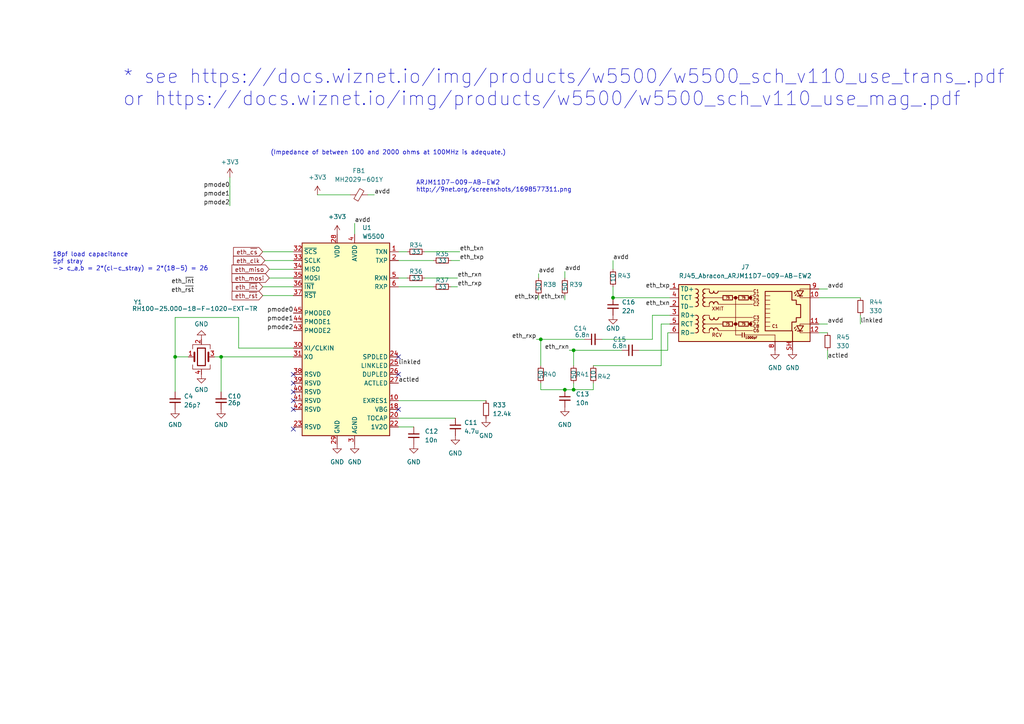
<source format=kicad_sch>
(kicad_sch (version 20230121) (generator eeschema)
  (paper "A4")
  (lib_symbols
    (symbol "Device:C_Small" (pin_numbers hide) (pin_names (offset 0.254) hide)
      (property "Reference" "C" (at 0.254 1.778 0))
      (property "Value" "C_Small" (at 0.254 -2.032 0))
      (symbol "C_Small_0_1"
        (polyline (pts (xy -1.524 -0.508) (xy 1.524 -0.508)) (stroke (width 0.3302)))
        (polyline (pts (xy -1.524 0.508) (xy 1.524 0.508)) (stroke (width 0.3048)))
      )
      (symbol "C_Small_1_1"
        (pin passive line (at 0 2.54 270) (length 2.032) (name "~") (number "1"))
        (pin passive line (at 0 -2.54 90) (length 2.032) (name "~") (number "2"))
      )
    )
    (symbol "Device:Crystal_GND24" (pin_names (offset 1.016) hide)
      (property "Reference" "Y" (at 3.175 5.08 0))
      (property "Value" "Crystal_GND24" (at 3.175 3.175 0))
      (symbol "Crystal_GND24_0_1"
        (rectangle (start -1.143 2.54) (end 1.143 -2.54) (stroke (width 0.3048)))
        (polyline (pts (xy -2.54 0) (xy -2.032 0)))
        (polyline (pts (xy -2.032 -1.27) (xy -2.032 1.27)) (stroke (width 0.508)))
        (polyline (pts (xy 0 -3.81) (xy 0 -3.556)))
        (polyline (pts (xy 0 3.556) (xy 0 3.81)))
        (polyline (pts (xy 2.032 -1.27) (xy 2.032 1.27)) (stroke (width 0.508)))
        (polyline (pts (xy 2.032 0) (xy 2.54 0)))
        (polyline (pts (xy -2.54 -2.286) (xy -2.54 -3.556) (xy 2.54 -3.556) (xy 2.54 -2.286)))
        (polyline (pts (xy -2.54 2.286) (xy -2.54 3.556) (xy 2.54 3.556) (xy 2.54 2.286)))
      )
      (symbol "Crystal_GND24_1_1"
        (pin passive line (at -3.81 0 0) (length 1.27) (name "1") (number "1"))
        (pin passive line (at 0 5.08 270) (length 1.27) (name "2") (number "2"))
        (pin passive line (at 3.81 0 180) (length 1.27) (name "3") (number "3"))
        (pin passive line (at 0 -5.08 90) (length 1.27) (name "4") (number "4"))
      )
    )
    (symbol "Device:FerriteBead_Small" (pin_numbers hide) (pin_names (offset 0))
      (property "Reference" "FB" (at 1.905 1.27 0))
      (property "Value" "FerriteBead_Small" (at 1.905 -1.27 0))
      (symbol "FerriteBead_Small_0_1"
        (polyline (pts (xy 0 -1.27) (xy 0 -0.7874)))
        (polyline (pts (xy 0 0.889) (xy 0 1.2954)))
        (polyline (pts (xy -1.8288 0.2794) (xy -1.1176 1.4986) (xy 1.8288 -0.2032) (xy 1.1176 -1.4224) (xy -1.8288 0.2794)))
      )
      (symbol "FerriteBead_Small_1_1"
        (pin passive line (at 0 2.54 270) (length 1.27) (name "~") (number "1"))
        (pin passive line (at 0 -2.54 90) (length 1.27) (name "~") (number "2"))
      )
    )
    (symbol "Device:R_Small" (pin_numbers hide) (pin_names (offset 0.254) hide)
      (property "Reference" "R" (at 0.762 0.508 0))
      (property "Value" "R_Small" (at 0.762 -1.016 0))
      (symbol "R_Small_0_1"
        (rectangle (start -0.762 1.778) (end 0.762 -1.778) (stroke (width 0.2032)))
      )
      (symbol "R_Small_1_1"
        (pin passive line (at 0 2.54 270) (length 0.762) (name "~") (number "1"))
        (pin passive line (at 0 -2.54 90) (length 0.762) (name "~") (number "2"))
      )
    )
    (symbol "Interface_Ethernet:W5500"
      (property "Reference" "U" (at -11.43 29.21 0))
      (property "Value" "W5500" (at 8.89 29.21 0))
      (symbol "W5500_0_1"
        (rectangle (start -12.7 27.94) (end 12.7 -27.94) (stroke (width 0.254)) (fill (type background)))
      )
      (symbol "W5500_1_1"
        (pin output line (at 15.24 25.4 180) (length 2.54) (name "TXN") (number "1"))
        (pin passive line (at 15.24 -17.78 180) (length 2.54) (name "EXRES1") (number "10"))
        (pin passive line (at 2.54 30.48 270) (length 2.54) hide (name "AVDD") (number "11"))
        (pin no_connect line (at 12.7 7.62 180) (length 2.54) hide (name "NC") (number "12"))
        (pin no_connect line (at 12.7 5.08 180) (length 2.54) hide (name "NC") (number "13"))
        (pin passive line (at 2.54 -30.48 90) (length 2.54) hide (name "AGND") (number "14"))
        (pin passive line (at 2.54 30.48 270) (length 2.54) hide (name "AVDD") (number "15"))
        (pin passive line (at 2.54 -30.48 90) (length 2.54) hide (name "AGND") (number "16"))
        (pin passive line (at 2.54 30.48 270) (length 2.54) hide (name "AVDD") (number "17"))
        (pin passive line (at 15.24 -20.32 180) (length 2.54) (name "VBG") (number "18"))
        (pin passive line (at 2.54 -30.48 90) (length 2.54) hide (name "AGND") (number "19"))
        (pin output line (at 15.24 22.86 180) (length 2.54) (name "TXP") (number "2"))
        (pin passive line (at 15.24 -22.86 180) (length 2.54) (name "TOCAP") (number "20"))
        (pin passive line (at 2.54 30.48 270) (length 2.54) hide (name "AVDD") (number "21"))
        (pin output line (at 15.24 -25.4 180) (length 2.54) (name "1V2O") (number "22"))
        (pin input line (at -15.24 -25.4 0) (length 2.54) (name "RSVD") (number "23"))
        (pin output line (at 15.24 -5.08 180) (length 2.54) (name "SPDLED") (number "24"))
        (pin output line (at 15.24 -7.62 180) (length 2.54) (name "LINKLED") (number "25"))
        (pin output line (at 15.24 -10.16 180) (length 2.54) (name "DUPLED") (number "26"))
        (pin output line (at 15.24 -12.7 180) (length 2.54) (name "ACTLED") (number "27"))
        (pin power_in line (at -2.54 30.48 270) (length 2.54) (name "VDD") (number "28"))
        (pin power_in line (at -2.54 -30.48 90) (length 2.54) (name "GND") (number "29"))
        (pin power_in line (at 2.54 -30.48 90) (length 2.54) (name "AGND") (number "3"))
        (pin input line (at -15.24 -2.54 0) (length 2.54) (name "XI/CLKIN") (number "30"))
        (pin output line (at -15.24 -5.08 0) (length 2.54) (name "XO") (number "31"))
        (pin input line (at -15.24 25.4 0) (length 2.54) (name "~{SCS}") (number "32"))
        (pin input line (at -15.24 22.86 0) (length 2.54) (name "SCLK") (number "33"))
        (pin output line (at -15.24 20.32 0) (length 2.54) (name "MISO") (number "34"))
        (pin input line (at -15.24 17.78 0) (length 2.54) (name "MOSI") (number "35"))
        (pin input line (at -15.24 15.24 0) (length 2.54) (name "~{INT}") (number "36"))
        (pin input line (at -15.24 12.7 0) (length 2.54) (name "~{RST}") (number "37"))
        (pin input line (at -15.24 -10.16 0) (length 2.54) (name "RSVD") (number "38"))
        (pin input line (at -15.24 -12.7 0) (length 2.54) (name "RSVD") (number "39"))
        (pin power_in line (at 2.54 30.48 270) (length 2.54) (name "AVDD") (number "4"))
        (pin input line (at -15.24 -15.24 0) (length 2.54) (name "RSVD") (number "40"))
        (pin input line (at -15.24 -17.78 0) (length 2.54) (name "RSVD") (number "41"))
        (pin input line (at -15.24 -20.32 0) (length 2.54) (name "RSVD") (number "42"))
        (pin input line (at -15.24 2.54 0) (length 2.54) (name "PMODE2") (number "43"))
        (pin input line (at -15.24 5.08 0) (length 2.54) (name "PMODE1") (number "44"))
        (pin input line (at -15.24 7.62 0) (length 2.54) (name "PMODE0") (number "45"))
        (pin no_connect line (at 12.7 2.54 180) (length 2.54) hide (name "NC") (number "46"))
        (pin no_connect line (at 12.7 0 180) (length 2.54) hide (name "NC") (number "47"))
        (pin passive line (at 2.54 -30.48 90) (length 2.54) hide (name "AGND") (number "48"))
        (pin input line (at 15.24 17.78 180) (length 2.54) (name "RXN") (number "5"))
        (pin input line (at 15.24 15.24 180) (length 2.54) (name "RXP") (number "6"))
        (pin no_connect line (at 12.7 10.16 180) (length 2.54) hide (name "DNC") (number "7"))
        (pin passive line (at 2.54 30.48 270) (length 2.54) hide (name "AVDD") (number "8"))
        (pin passive line (at 2.54 -30.48 90) (length 2.54) hide (name "AGND") (number "9"))
      )
    )
    (symbol "power:+3V3" (power) (pin_names (offset 0))
      (property "Value" "+3V3" (at 0 3.556 0))
      (symbol "+3V3_0_1"
        (polyline (pts (xy -0.762 1.27) (xy 0 2.54)))
        (polyline (pts (xy 0 0) (xy 0 2.54)))
        (polyline (pts (xy 0 2.54) (xy 0.762 1.27)))
      )
      (symbol "+3V3_1_1"
        (pin power_in line (at 0 0 90) (length 0) hide (name "+3V3") (number "1"))
      )
    )
    (symbol "power:GND" (power) (pin_names (offset 0))
      (property "Value" "GND" (at 0 -3.81 0))
      (symbol "GND_0_1"
        (polyline (pts (xy 0 0) (xy 0 -1.27) (xy 1.27 -1.27) (xy 0 -2.54) (xy -1.27 -1.27) (xy 0 -1.27)))
      )
      (symbol "GND_1_1"
        (pin power_in line (at 0 0 270) (length 0) hide (name "GND") (number "1"))
      )
    )
    (symbol "stary:RJ45_Abracon_ARJM11D7-009-AB-EW2"
      (property "Reference" "J7" (at 1.27 13.335 0))
      (property "Value" "RJ45_Abracon_ARJM11D7-009-AB-EW2" (at 1.27 10.795 0))
      (symbol "RJ45_Abracon_ARJM11D7-009-AB-EW2_0_0"
        (circle (center -1.27 -2.54) (radius 0.0001) (stroke (width 0.508)))
        (circle (center -1.27 5.08) (radius 0.0001) (stroke (width 0.508)))
        (polyline (pts (xy -1.27 5.08) (xy -1.27 -5.715)))
        (polyline (pts (xy 0.635 -5.08) (xy 0.635 -6.35)) (stroke (width 0.254)))
        (polyline (pts (xy 1.27 -5.08) (xy 1.27 -6.35)) (stroke (width 0.254)))
        (polyline (pts (xy 3.048 -2.54) (xy 2.54 -2.54)))
        (polyline (pts (xy 3.048 5.08) (xy 2.54 5.08)))
        (polyline (pts (xy 17.399 -4.445) (xy 17.399 -5.08) (xy 20.32 -5.08)))
        (polyline (pts (xy 17.399 5.715) (xy 17.399 5.08) (xy 20.32 5.08)))
        (polyline (pts (xy 20.32 -2.54) (xy 17.399 -2.54) (xy 17.399 -3.048)))
        (polyline (pts (xy 20.32 7.62) (xy 17.399 7.62) (xy 17.399 7.112)))
        (polyline (pts (xy 3.683 -1.905) (xy 3.048 -1.905) (xy 3.048 -3.175) (xy 3.683 -3.175)))
        (polyline (pts (xy 3.683 5.715) (xy 3.048 5.715) (xy 3.048 4.445) (xy 3.683 4.445)))
        (circle (center 3.048 -2.54) (radius 0.0001) (stroke (width 0.508)))
        (circle (center 3.048 5.08) (radius 0.0001) (stroke (width 0.508)))
        (text "C1" (at 4.699 6.985 0) (effects (font (size 0.889 0.889))))
        (text "C1" (at 10.16 -3.175 0) (effects (font (size 0.889 0.889))))
        (text "C2" (at 4.699 3.175 0) (effects (font (size 0.889 0.889))))
        (text "C3" (at 4.699 -0.635 0) (effects (font (size 0.889 0.889))))
        (text "C4" (at 4.699 5.715 0) (effects (font (size 0.889 0.889))))
        (text "C5" (at 4.699 4.445 0) (effects (font (size 0.889 0.889))))
        (text "C6" (at 4.699 -4.445 0) (effects (font (size 0.889 0.889))))
        (text "C7" (at 4.699 -1.905 0) (effects (font (size 0.889 0.889))))
        (text "C8" (at 4.699 -3.175 0) (effects (font (size 0.889 0.889))))
        (text "RCV" (at -8.255 -5.715 0) (effects (font (size 1.016 1.016)) (justify left)))
        (text "XMIT" (at -8.255 1.905 0) (effects (font (size 1.016 1.016)) (justify left)))
      )
      (symbol "RJ45_Abracon_ARJM11D7-009-AB-EW2_0_1"
        (rectangle (start -17.78 8.89) (end 20.32 -7.62) (stroke (width 0.254)) (fill (type background)))
        (polyline (pts (xy -12.7 -5.08) (xy -13.081 -5.08)))
        (polyline (pts (xy -12.7 -2.54) (xy -13.081 -2.54)))
        (polyline (pts (xy -12.7 0) (xy -13.081 0)))
        (polyline (pts (xy -12.7 2.54) (xy -13.081 2.54)))
        (polyline (pts (xy -12.7 5.08) (xy -13.081 5.08)))
        (polyline (pts (xy -12.7 7.62) (xy -13.081 7.62)))
        (polyline (pts (xy -6.35 -4.445) (xy 3.683 -4.445)))
        (polyline (pts (xy -6.35 3.175) (xy 3.683 3.175)))
        (polyline (pts (xy -6.35 6.985) (xy 3.683 6.985)))
        (polyline (pts (xy -6.223 -0.635) (xy 3.683 -0.635)))
        (polyline (pts (xy -5.08 -2.54) (xy -10.16 -2.54)))
        (polyline (pts (xy -4.953 5.08) (xy -10.16 5.08)))
        (polyline (pts (xy -2.159 -2.54) (xy -0.381 -2.54)))
        (polyline (pts (xy -2.159 5.08) (xy -0.381 5.08)))
        (polyline (pts (xy 0.635 -5.715) (xy -1.27 -5.715)))
        (polyline (pts (xy 7.4295 -1.9685) (xy 8.6995 -1.9685)))
        (polyline (pts (xy 7.4295 -0.6985) (xy 8.6995 -0.6985)))
        (polyline (pts (xy 7.4295 0.5715) (xy 8.6995 0.5715)))
        (polyline (pts (xy 7.4295 1.8415) (xy 8.6995 1.8415)))
        (polyline (pts (xy 7.4295 3.1115) (xy 8.6995 3.1115)))
        (polyline (pts (xy 8.6995 -3.2385) (xy 7.4295 -3.2385)))
        (polyline (pts (xy 8.6995 4.3815) (xy 7.4295 4.3815)))
        (polyline (pts (xy 8.6995 5.6515) (xy 7.4295 5.6515)))
        (polyline (pts (xy 10.16 -5.715) (xy 1.27 -5.715)))
        (polyline (pts (xy 10.16 -5.715) (xy 10.16 -7.62)))
        (polyline (pts (xy -10.16 0) (xy -8.89 0) (xy -8.89 -0.635)))
        (polyline (pts (xy -10.16 7.62) (xy -8.89 7.62) (xy -8.89 6.985)))
        (polyline (pts (xy -8.89 -4.445) (xy -8.89 -5.08) (xy -10.16 -5.08)))
        (polyline (pts (xy -8.89 3.175) (xy -8.89 2.54) (xy -10.16 2.54)))
      )
      (symbol "RJ45_Abracon_ARJM11D7-009-AB-EW2_1_0"
        (text "1000pF" (at 3.302 -6.477 0) (effects (font (size 0.635 0.635))))
      )
      (symbol "RJ45_Abracon_ARJM11D7-009-AB-EW2_1_1"
        (arc (start -12.7 -1.27) (mid -12.0677 -0.635) (end -12.7 0) (stroke (width 0.254)))
        (arc (start -12.6973 -5.08) (mid -12.065 -4.445) (end -12.6973 -3.81) (stroke (width 0.254)))
        (arc (start -12.6973 -3.81) (mid -12.065 -3.175) (end -12.6973 -2.54) (stroke (width 0.254)))
        (arc (start -12.6973 -2.54) (mid -12.065 -1.905) (end -12.6973 -1.27) (stroke (width 0.254)))
        (arc (start -12.6973 6.35) (mid -12.065 6.985) (end -12.6973 7.62) (stroke (width 0.254)))
        (arc (start -12.6946 2.54) (mid -12.0623 3.175) (end -12.6946 3.81) (stroke (width 0.254)))
        (arc (start -12.6946 3.81) (mid -12.0623 4.445) (end -12.6946 5.08) (stroke (width 0.254)))
        (arc (start -12.6946 5.08) (mid -12.0623 5.715) (end -12.6946 6.35) (stroke (width 0.254)))
        (arc (start -10.1654 -2.54) (mid -10.7977 -3.175) (end -10.1654 -3.81) (stroke (width 0.254)))
        (arc (start -10.1654 -1.27) (mid -10.7977 -1.905) (end -10.1654 -2.54) (stroke (width 0.254)))
        (arc (start -10.1654 0) (mid -10.7977 -0.635) (end -10.1654 -1.27) (stroke (width 0.254)))
        (arc (start -10.1654 5.08) (mid -10.7977 4.445) (end -10.1654 3.81) (stroke (width 0.254)))
        (arc (start -10.1654 6.35) (mid -10.7977 5.715) (end -10.1654 5.08) (stroke (width 0.254)))
        (arc (start -10.1654 7.62) (mid -10.7977 6.985) (end -10.1654 6.35) (stroke (width 0.254)))
        (arc (start -10.1627 -3.81) (mid -10.795 -4.445) (end -10.1627 -5.08) (stroke (width 0.254)))
        (arc (start -10.1627 3.81) (mid -10.795 3.175) (end -10.1627 2.54) (stroke (width 0.254)))
        (arc (start -8.89 6.9823) (mid -8.255 6.35) (end -7.62 6.9823) (stroke (width 0.254)))
        (arc (start -8.8265 -0.7012) (mid -8.1915 -1.3335) (end -7.5565 -0.7012) (stroke (width 0.254)))
        (arc (start -7.62 -4.3153) (mid -8.255 -3.683) (end -8.89 -4.3153) (stroke (width 0.254)))
        (arc (start -7.62 3.3047) (mid -8.255 3.937) (end -8.89 3.3047) (stroke (width 0.254)))
        (arc (start -7.62 6.985) (mid -6.985 6.3527) (end -6.35 6.985) (stroke (width 0.254)))
        (arc (start -7.5565 -0.6985) (mid -6.9215 -1.3308) (end -6.2865 -0.6985) (stroke (width 0.254)))
        (arc (start -6.35 -4.3126) (mid -6.985 -3.6803) (end -7.62 -4.3126) (stroke (width 0.254)))
        (arc (start -6.35 3.3074) (mid -6.985 3.9397) (end -7.62 3.3074) (stroke (width 0.254)))
        (rectangle (start -4.953 -1.905) (end -2.159 -3.175) (stroke (width 0.254)))
        (rectangle (start -4.953 5.715) (end -2.159 4.445) (stroke (width 0.254)))
        (rectangle (start -0.381 -1.905) (end 2.413 -3.175) (stroke (width 0.254)))
        (rectangle (start -0.381 5.715) (end 2.413 4.445) (stroke (width 0.254)))
        (polyline (pts (xy 15.24 -7.62) (xy 15.24 -4.572)) (stroke (width 0.254)))
        (polyline (pts (xy 15.748 -3.81) (xy 15.748 -3.556)))
        (polyline (pts (xy 15.748 6.35) (xy 15.748 6.604)))
        (polyline (pts (xy 16.002 -4.445) (xy 16.002 -4.191)))
        (polyline (pts (xy 16.002 5.715) (xy 16.002 5.969)))
        (polyline (pts (xy 16.637 -4.572) (xy 18.161 -4.572)) (stroke (width 0.254)))
        (polyline (pts (xy 16.637 5.588) (xy 18.161 5.588)) (stroke (width 0.254)))
        (polyline (pts (xy 16.256 -3.302) (xy 15.748 -3.81) (xy 16.002 -3.81)))
        (polyline (pts (xy 16.256 6.858) (xy 15.748 6.35) (xy 16.002 6.35)))
        (polyline (pts (xy 16.51 -3.937) (xy 16.002 -4.445) (xy 16.256 -4.445)))
        (polyline (pts (xy 16.51 6.223) (xy 16.002 5.715) (xy 16.256 5.715)))
        (polyline (pts (xy 16.51 -3.048) (xy 18.415 -3.048) (xy 17.399 -4.572) (xy 16.51 -3.048)) (stroke (width 0.254)))
        (polyline (pts (xy 16.51 7.112) (xy 18.415 7.112) (xy 17.399 5.588) (xy 16.51 7.112)) (stroke (width 0.254)))
        (polyline (pts (xy 7.3025 -4.5085) (xy 7.3025 6.9215) (xy 15.0495 6.9215) (xy 15.0495 4.3815) (xy 16.3195 4.3815) (xy 16.3195 3.1115) (xy 17.5895 3.1115) (xy 17.5895 -0.6985) (xy 16.3195 -0.6985) (xy 16.3195 -1.9685) (xy 15.0495 -1.9685) (xy 15.0495 -4.5085) (xy 7.3025 -4.5085)) (stroke (width 0.254)))
        (text "75" (at -3.556 -2.54 0) (effects (font (size 0.635 0.635))))
        (text "75" (at -3.556 5.08 0) (effects (font (size 0.635 0.635))))
        (text "75" (at 1.016 -2.54 0) (effects (font (size 0.635 0.635))))
        (text "75" (at 1.016 5.08 0) (effects (font (size 0.635 0.635))))
        (pin passive line (at -20.32 7.62 0) (length 2.54) (name "TD+") (number "1"))
        (pin passive line (at 22.86 5.08 180) (length 2.54) (name "") (number "10"))
        (pin passive line (at 22.86 -2.54 180) (length 2.54) (name "") (number "11"))
        (pin passive line (at 22.86 -5.08 180) (length 2.54) (name "") (number "12"))
        (pin passive line (at -20.32 2.54 0) (length 2.54) (name "TD-") (number "2"))
        (pin passive line (at -20.32 0 0) (length 2.54) (name "RD+") (number "3"))
        (pin passive line (at -20.32 5.08 0) (length 2.54) (name "TCT") (number "4"))
        (pin passive line (at -20.32 -2.54 0) (length 2.54) (name "RCT") (number "5"))
        (pin passive line (at -20.32 -5.08 0) (length 2.54) (name "RD-") (number "6"))
        (pin no_connect line (at 20.32 0 0) (length 0) hide (name "NC") (number "7"))
        (pin power_in line (at 10.16 -10.16 90) (length 2.54) (name "") (number "8"))
        (pin passive line (at 22.86 7.62 180) (length 2.54) (name "") (number "9"))
        (pin passive line (at 15.24 -10.16 90) (length 2.54) (name "") (number "SH"))
      )
    )
  )
  (junction (at 166.37 101.6))
  (junction (at 166.37 113.03))
  (junction (at 156.845 98.425))
  (junction (at 50.8 103.505))
  (junction (at 163.83 113.03))
  (junction (at 177.8 86.36))
  (junction (at 64.135 103.505))
  (no_connect (at 85.09 116.205))
  (no_connect (at 85.09 118.745))
  (no_connect (at 85.09 124.46))
  (no_connect (at 85.09 108.585))
  (no_connect (at 85.09 111.125))
  (no_connect (at 115.57 108.585))
  (no_connect (at 85.09 113.665))
  (no_connect (at 115.57 103.505))
  (no_connect (at 115.57 118.745))
  (wire (pts (xy 62.23 103.505) (xy 64.135 103.505)))
  (wire (pts (xy 237.49 86.36) (xy 249.555 86.36)))
  (wire (pts (xy 123.19 80.645) (xy 132.715 80.645)))
  (wire (pts (xy 177.8 83.185) (xy 177.8 86.36)))
  (wire (pts (xy 172.085 113.03) (xy 166.37 113.03)))
  (wire (pts (xy 76.2 73.025) (xy 85.09 73.025)))
  (wire (pts (xy 156.21 79.375) (xy 156.21 80.645)))
  (wire (pts (xy 166.37 101.6) (xy 166.37 106.045)))
  (wire (pts (xy 130.81 83.185) (xy 132.715 83.185)))
  (wire (pts (xy 172.085 111.125) (xy 172.085 113.03)))
  (wire (pts (xy 237.49 96.52) (xy 240.03 96.52)))
  (wire (pts (xy 123.19 73.025) (xy 133.35 73.025)))
  (wire (pts (xy 76.2 85.725) (xy 85.09 85.725)))
  (wire (pts (xy 69.215 92.075) (xy 69.215 100.965)))
  (wire (pts (xy 78.105 80.645) (xy 85.09 80.645)))
  (wire (pts (xy 249.555 91.44) (xy 249.555 93.98)))
  (wire (pts (xy 50.8 113.665) (xy 50.8 103.505)))
  (wire (pts (xy 237.49 83.82) (xy 240.03 83.82)))
  (wire (pts (xy 193.675 96.52) (xy 194.31 96.52)))
  (wire (pts (xy 189.23 98.425) (xy 174.625 98.425)))
  (wire (pts (xy 163.83 78.74) (xy 163.83 80.645)))
  (wire (pts (xy 156.21 86.995) (xy 156.21 85.725)))
  (wire (pts (xy 76.2 83.185) (xy 85.09 83.185)))
  (wire (pts (xy 115.57 123.825) (xy 120.015 123.825)))
  (wire (pts (xy 193.675 101.6) (xy 193.675 96.52)))
  (wire (pts (xy 240.03 93.98) (xy 237.49 93.98)))
  (wire (pts (xy 115.57 121.285) (xy 132.08 121.285)))
  (wire (pts (xy 177.8 75.565) (xy 177.8 78.105)))
  (wire (pts (xy 156.845 98.425) (xy 156.845 106.045)))
  (wire (pts (xy 163.83 86.995) (xy 163.83 85.725)))
  (wire (pts (xy 189.23 91.44) (xy 189.23 98.425)))
  (wire (pts (xy 115.57 83.185) (xy 125.73 83.185)))
  (wire (pts (xy 166.37 113.03) (xy 163.83 113.03)))
  (wire (pts (xy 240.03 101.6) (xy 240.03 104.14)))
  (wire (pts (xy 50.8 92.075) (xy 69.215 92.075)))
  (wire (pts (xy 64.135 113.665) (xy 64.135 103.505)))
  (wire (pts (xy 156.845 98.425) (xy 169.545 98.425)))
  (wire (pts (xy 166.37 113.03) (xy 166.37 111.125)))
  (wire (pts (xy 172.085 106.045) (xy 191.77 106.045)))
  (wire (pts (xy 102.87 64.77) (xy 102.87 67.945)))
  (wire (pts (xy 191.77 93.98) (xy 194.31 93.98)))
  (wire (pts (xy 106.68 56.515) (xy 108.585 56.515)))
  (wire (pts (xy 115.57 80.645) (xy 118.11 80.645)))
  (wire (pts (xy 156.845 113.03) (xy 163.83 113.03)))
  (wire (pts (xy 76.835 75.565) (xy 85.09 75.565)))
  (wire (pts (xy 165.1 101.6) (xy 166.37 101.6)))
  (wire (pts (xy 166.37 101.6) (xy 180.34 101.6)))
  (wire (pts (xy 115.57 116.205) (xy 140.97 116.205)))
  (wire (pts (xy 64.135 103.505) (xy 85.09 103.505)))
  (wire (pts (xy 101.6 56.515) (xy 92.075 56.515)))
  (wire (pts (xy 50.8 103.505) (xy 54.61 103.505)))
  (wire (pts (xy 78.105 78.105) (xy 85.09 78.105)))
  (wire (pts (xy 191.77 93.98) (xy 191.77 106.045)))
  (wire (pts (xy 189.23 91.44) (xy 194.31 91.44)))
  (wire (pts (xy 194.31 86.36) (xy 177.8 86.36)))
  (wire (pts (xy 185.42 101.6) (xy 193.675 101.6)))
  (wire (pts (xy 155.575 98.425) (xy 156.845 98.425)))
  (wire (pts (xy 156.845 113.03) (xy 156.845 111.125)))
  (wire (pts (xy 115.57 73.025) (xy 118.11 73.025)))
  (wire (pts (xy 130.81 75.565) (xy 133.35 75.565)))
  (wire (pts (xy 69.215 100.965) (xy 85.09 100.965)))
  (wire (pts (xy 115.57 75.565) (xy 125.73 75.565)))
  (wire (pts (xy 66.675 51.435) (xy 66.675 59.69)))
  (wire (pts (xy 50.8 103.505) (xy 50.8 92.075)))
  (text " (Impedance of between 100 and 2000 ohms at 100MHz is adequate.)" (at 77.47 45.085 0) (effects (font (size 1.27 1.27)) (justify left bottom)))
  (text "ARJM11D7-009-AB-EW2\nhttp://9net.org/screenshots/1698577311.png" (at 120.65 55.88 0) (effects (font (size 1.27 1.27)) (justify left bottom)))
  (text "* see https://docs.wiznet.io/img/products/w5500/w5500_sch_v110_use_trans_.pdf\nor https://docs.wiznet.io/img/products/w5500/w5500_sch_v110_use_mag_.pdf\n" (at 35.56 31.115 0) (effects (font (size 4 4)) (justify left bottom)))
  (text "18pf load capacitance\n5pf stray\n-> c_a,b = 2*(cl-c_stray) = 2*(18-5) = 26" (at 15.24 78.74 0) (effects (font (size 1.27 1.27)) (justify left bottom)))
  (label "pmode2" (at 66.675 59.69 180))
  (label "eth_txn" (at 194.31 88.9 180))
  (label "pmode0" (at 85.09 90.805 180))
  (label "pmode2" (at 85.09 95.885 180))
  (label "avdd" (at 108.585 56.515 0))
  (label "eth_txn" (at 163.83 86.995 180))
  (label "eth_~{rst}" (at 56.3049 85.0809 180))
  (label "pmode1" (at 66.675 57.15 180))
  (label "avdd" (at 102.87 64.77 0))
  (label "actled" (at 240.03 104.14 0))
  (label "eth_rxn" (at 132.715 80.645 0))
  (label "linkled" (at 115.57 106.045 0))
  (label "actled" (at 115.57 111.125 0))
  (label "eth_~{int}" (at 56.3049 82.5409 180))
  (label "eth_txn" (at 133.35 73.025 0))
  (label "pmode1" (at 85.09 93.345 180))
  (label "eth_rxp" (at 132.715 83.185 0))
  (label "eth_txp" (at 156.21 86.995 180))
  (label "eth_txp" (at 194.31 83.82 180))
  (label "pmode0" (at 66.675 54.61 180))
  (label "avdd" (at 163.83 78.74 0))
  (label "eth_txp" (at 133.35 75.565 0))
  (label "avdd" (at 240.03 93.98 0))
  (label "linkled" (at 249.555 93.98 0))
  (label "avdd" (at 156.21 79.375 0))
  (label "avdd" (at 240.03 83.82 0))
  (label "eth_rxn" (at 165.1 101.6 180))
  (label "avdd" (at 177.8 75.565 0))
  (label "eth_rxp" (at 155.575 98.425 180))
  (global_label "eth_~{int}" (shape input) (at 76.2 83.185 180) (property "Intersheetrefs" "${INTERSHEET_REFS}" (effects hide)))
  (global_label "eth_clk" (shape input) (at 76.835 75.565 180) (property "Intersheetrefs" "${INTERSHEET_REFS}" (effects hide)))
  (global_label "eth_~{rst}" (shape input) (at 76.2 85.725 180) (property "Intersheetrefs" "${INTERSHEET_REFS}" (effects hide)))
  (global_label "eth_~{cs}" (shape input) (at 76.2 73.025 180) (property "Intersheetrefs" "${INTERSHEET_REFS}" (effects hide)))
  (global_label "eth_mosi" (shape input) (at 78.105 80.645 180) (property "Intersheetrefs" "${INTERSHEET_REFS}" (effects hide)))
  (global_label "eth_miso" (shape input) (at 78.105 78.105 180) (property "Intersheetrefs" "${INTERSHEET_REFS}" (effects hide)))
  (symbol (lib_id "Device:C_Small") (at 172.085 98.425 90) (unit 1)
    (property "Reference" "C14" (at 168.275 95.25 90))
    (property "Value" "6.8n" (at 168.91 97.155 90))
    (property "Footprint" "Capacitor_SMD:C_0603_1608Metric" (effects hide))
  )
  (symbol (lib_id "Device:R_Small") (at 120.65 80.645 90) (unit 1)
    (property "Reference" "R36" (at 120.65 78.74 90))
    (property "Value" "33" (at 120.65 80.645 90))
    (property "Footprint" "Resistor_SMD:R_0603_1608Metric" (effects hide))
  )
  (symbol (lib_id "Device:R_Small") (at 128.27 83.185 90) (unit 1)
    (property "Reference" "R37" (at 128.27 81.28 90))
    (property "Value" "33" (at 128.27 83.185 90))
    (property "Footprint" "Resistor_SMD:R_0603_1608Metric" (effects hide))
  )
  (symbol (lib_id "power:GND") (at 102.87 128.905 0) (unit 1)
    (property "Reference" "#PWR010" (effects hide))
    (property "Value" "GND" (at 102.87 133.985 0))
    (instances (project "5v-power" (path "" (reference "#PWR010") (unit 1)) (path "" (reference "#PWR066") (unit 1))))
  )
  (symbol (lib_id "power:+3V3") (at 97.79 67.945 0) (unit 1)
    (property "Reference" "#PWR060" (effects hide))
    (property "Value" "+3V3" (at 97.79 62.865 0))
    (instances (project "5v-power" (path "" (reference "#PWR060") (unit 1)) (path "" (reference "#PWR064") (unit 1))))
  )
  (symbol (lib_id "Device:R_Small") (at 156.845 108.585 0) (mirror x) (unit 1)
    (property "Reference" "R40" (at 157.48 108.585 0) (effects (justify left)))
    (property "Value" "50" (at 156.845 107.315 90) (effects (justify left)))
    (property "Footprint" "Resistor_SMD:R_0603_1608Metric" (effects hide))
  )
  (symbol (lib_id "Device:C_Small") (at 177.8 88.9 0) (unit 1)
    (property "Reference" "C16" (at 180.34 87.6363 0) (effects (justify left)))
    (property "Value" "22n" (at 180.34 90.1763 0) (effects (justify left)))
    (property "Footprint" "Capacitor_SMD:C_0603_1608Metric" (effects hide))
  )
  (symbol (lib_id "Device:R_Small") (at 240.03 99.06 0) (unit 1)
    (property "Reference" "R45" (at 242.57 97.79 0) (effects (justify left)))
    (property "Value" "330" (at 242.57 100.33 0) (effects (justify left)))
    (property "Footprint" "Resistor_SMD:R_0603_1608Metric" (effects hide))
  )
  (symbol (lib_id "power:GND") (at 177.8 91.44 0) (unit 1)
    (property "Reference" "#PWR060" (effects hide))
    (property "Value" "GND" (at 177.8 95.25 0))
  )
  (symbol (lib_id "Device:R_Small") (at 120.65 73.025 90) (unit 1)
    (property "Reference" "R34" (at 120.65 71.12 90))
    (property "Value" "33" (at 120.65 73.025 90))
    (property "Footprint" "Resistor_SMD:R_0603_1608Metric" (effects hide))
  )
  (symbol (lib_id "Device:C_Small") (at 64.135 116.205 0) (unit 1)
    (property "Reference" "C10" (at 66.04 114.935 0) (effects (justify left)))
    (property "Value" "26p" (at 66.04 116.84 0) (effects (justify left)))
    (property "Footprint" "Capacitor_SMD:C_0603_1608Metric" (effects hide))
  )
  (symbol (lib_id "Device:R_Small") (at 177.8 80.645 0) (unit 1)
    (property "Reference" "R43" (at 179.07 80.01 0) (effects (justify left)))
    (property "Value" "10" (at 177.8 81.915 90) (effects (justify left)))
    (property "Footprint" "Resistor_SMD:R_0603_1608Metric" (effects hide))
  )
  (symbol (lib_id "power:GND") (at 120.015 128.905 0) (unit 1)
    (property "Reference" "#PWR061" (effects hide))
    (property "Value" "GND" (at 120.015 133.985 0))
    (instances (project "5v-power" (path "" (reference "#PWR061") (unit 1)) (path "" (reference "#PWR067") (unit 1))))
  )
  (symbol (lib_id "power:GND") (at 58.42 98.425 180) (unit 1)
    (property "Reference" "#PWR010" (effects hide))
    (property "Value" "GND" (at 58.42 93.98 0))
  )
  (symbol (lib_id "power:GND") (at 64.135 118.745 0) (unit 1)
    (property "Reference" "#PWR059" (effects hide))
    (property "Value" "GND" (at 64.135 123.19 0))
  )
  (symbol (lib_id "Device:C_Small") (at 163.83 115.57 0) (unit 1)
    (property "Reference" "C13" (at 167.005 114.3063 0) (effects (justify left)))
    (property "Value" "10n" (at 167.005 116.8463 0) (effects (justify left)))
    (property "Footprint" "Capacitor_SMD:C_0603_1608Metric" (effects hide))
  )
  (symbol (lib_id "Device:C_Small") (at 50.8 116.205 0) (unit 1)
    (property "Reference" "C4" (at 53.34 114.9413 0) (effects (justify left)))
    (property "Value" "26p?" (at 53.34 117.4813 0) (effects (justify left)))
    (property "Footprint" "Capacitor_SMD:C_0603_1608Metric" (effects hide))
  )
  (symbol (lib_id "power:GND") (at 132.08 126.365 0) (unit 1)
    (property "Reference" "#PWR062" (effects hide))
    (property "Value" "GND" (at 132.08 131.445 0))
    (instances (project "5v-power" (path "" (reference "#PWR062") (unit 1)) (path "" (reference "#PWR068") (unit 1))))
  )
  (symbol (lib_id "stary:RJ45_Abracon_ARJM11D7-009-AB-EW2") (at 214.63 91.44 0) (unit 1)
    (property "Reference" "J7" (at 216.154 77.47 0))
    (property "Value" "RJ45_Abracon_ARJM11D7-009-AB-EW2" (at 216.154 80.01 0))
    (property "Footprint" "stary:ABRACON_ARJM11C7-009-AB-EW2" (effects hide))
    (property "Datasheet" "https://www.amphenol-cs.com/media/wysiwyg/files/drawing/rjmg1bd3b8k1anr.pdf" (effects hide))
  )
  (symbol (lib_id "power:GND") (at 163.83 118.11 0) (unit 1)
    (property "Reference" "#PWR011" (effects hide))
    (property "Value" "GND" (at 163.83 123.19 0))
  )
  (symbol (lib_id "Device:Crystal_GND24") (at 58.42 103.505 0) (unit 1)
    (property "Reference" "Y1" (at 40.005 87.63 0))
    (property "Value" "RH100-25.000-18-F-1020-EXT-TR" (at 56.515 89.535 0))
    (property "Footprint" "Crystal:Crystal_SMD_3225-4Pin_3.2x2.5mm" (effects hide))
  )
  (symbol (lib_id "power:GND") (at 229.87 101.6 0) (unit 1)
    (property "Reference" "#PWR072" (effects hide))
    (property "Value" "GND" (at 229.87 106.68 0))
  )
  (symbol (lib_id "Interface_Ethernet:W5500") (at 100.33 98.425 0) (unit 1)
    (property "Reference" "U1" (at 105.0641 66.04 0) (effects (justify left)))
    (property "Value" "W5500" (at 105.0641 68.58 0) (effects (justify left)))
    (property "Footprint" "Package_QFP:LQFP-48_7x7mm_P0.5mm" (effects hide))
    (property "Datasheet" "http://wizwiki.net/wiki/lib/exe/fetch.php/products:w5500:w5500_ds_v109e.pdf" (effects hide))
  )
  (symbol (lib_id "power:+3V3") (at 92.075 56.515 0) (unit 1)
    (property "Reference" "#PWR063" (effects hide))
    (property "Value" "+3V3" (at 92.075 51.435 0))
  )
  (symbol (lib_id "Device:FerriteBead_Small") (at 104.14 56.515 90) (unit 1)
    (property "Reference" "FB1" (at 104.1019 49.53 90))
    (property "Value" "MH2029-601Y" (at 104.1019 52.07 90))
    (property "Footprint" "Resistor_SMD:R_0805_2012Metric" (effects hide))
  )
  (symbol (lib_id "Device:R_Small") (at 140.97 118.745 0) (unit 1)
    (property "Reference" "R33" (at 142.875 117.475 0) (effects (justify left)))
    (property "Value" "12.4k" (at 142.875 120.015 0) (effects (justify left)))
    (property "Footprint" "Resistor_SMD:R_0603_1608Metric" (effects hide))
  )
  (symbol (lib_id "power:GND") (at 50.8 118.745 0) (unit 1)
    (property "Reference" "#PWR058" (effects hide))
    (property "Value" "GND" (at 50.8 123.19 0))
  )
  (symbol (lib_id "Device:R_Small") (at 172.085 108.585 180) (unit 1)
    (property "Reference" "R42" (at 177.165 109.22 0) (effects (justify left)))
    (property "Value" "10" (at 172.085 107.315 90) (effects (justify left)))
    (property "Footprint" "Resistor_SMD:R_0603_1608Metric" (effects hide))
  )
  (symbol (lib_id "Device:C_Small") (at 132.08 123.825 0) (unit 1)
    (property "Reference" "C11" (at 134.62 122.5613 0) (effects (justify left)))
    (property "Value" "4.7u" (at 134.62 125.1013 0) (effects (justify left)))
    (property "Footprint" "Capacitor_SMD:C_0603_1608Metric" (effects hide))
    (instances (project "5v-power" (path "" (reference "C11") (unit 1)) (path "" (reference "C12") (unit 1))))
  )
  (symbol (lib_id "Device:R_Small") (at 249.555 88.9 0) (unit 1)
    (property "Reference" "R44" (at 252.095 87.63 0) (effects (justify left)))
    (property "Value" "330" (at 252.095 90.17 0) (effects (justify left)))
    (property "Footprint" "Resistor_SMD:R_0603_1608Metric" (effects hide))
  )
  (symbol (lib_id "Device:R_Small") (at 166.37 108.585 0) (mirror x) (unit 1)
    (property "Reference" "R41" (at 167.005 108.585 0) (effects (justify left)))
    (property "Value" "50" (at 166.37 107.315 90) (effects (justify left)))
    (property "Footprint" "Resistor_SMD:R_0603_1608Metric" (effects hide))
  )
  (symbol (lib_id "Device:R_Small") (at 163.83 83.185 0) (unit 1)
    (property "Reference" "R39" (at 165.1 82.55 0) (effects (justify left)))
    (property "Value" "50" (at 163.83 84.455 90) (effects (justify left)))
    (property "Footprint" "Resistor_SMD:R_0603_1608Metric" (effects hide))
  )
  (symbol (lib_id "power:+3V3") (at 66.675 51.435 0) (unit 1)
    (property "Reference" "#PWR07" (effects hide))
    (property "Value" "+3V3" (at 66.675 46.99 0))
  )
  (symbol (lib_id "power:GND") (at 58.42 108.585 0) (unit 1)
    (property "Reference" "#PWR061" (effects hide))
    (property "Value" "GND" (at 58.42 113.03 0))
  )
  (symbol (lib_id "Device:C_Small") (at 120.015 126.365 0) (unit 1)
    (property "Reference" "C12" (at 123.19 125.1013 0) (effects (justify left)))
    (property "Value" "10n" (at 123.19 127.6413 0) (effects (justify left)))
    (property "Footprint" "Capacitor_SMD:C_0603_1608Metric" (effects hide))
    (instances (project "5v-power" (path "" (reference "C12") (unit 1)) (path "" (reference "C11") (unit 1))))
  )
  (symbol (lib_id "power:GND") (at 224.79 101.6 0) (unit 1)
    (property "Reference" "#PWR062" (effects hide))
    (property "Value" "GND" (at 224.79 106.68 0))
  )
  (symbol (lib_id "power:GND") (at 140.97 121.285 0) (unit 1)
    (property "Reference" "#PWR011" (effects hide))
    (property "Value" "GND" (at 140.97 126.365 0))
    (instances (project "5v-power" (path "" (reference "#PWR011") (unit 1)) (path "" (reference "#PWR069") (unit 1))))
  )
  (symbol (lib_id "Device:R_Small") (at 156.21 83.185 0) (unit 1)
    (property "Reference" "R38" (at 157.48 82.55 0) (effects (justify left)))
    (property "Value" "50" (at 156.21 84.455 90) (effects (justify left)))
    (property "Footprint" "Resistor_SMD:R_0603_1608Metric" (effects hide))
  )
  (symbol (lib_id "power:GND") (at 97.79 128.905 0) (unit 1)
    (property "Reference" "#PWR07" (effects hide))
    (property "Value" "GND" (at 97.79 133.985 0))
    (instances (project "5v-power" (path "" (reference "#PWR07") (unit 1)) (path "" (reference "#PWR065") (unit 1))))
  )
  (symbol (lib_id "Device:R_Small") (at 128.27 75.565 90) (unit 1)
    (property "Reference" "R35" (at 128.27 73.66 90))
    (property "Value" "33" (at 128.27 75.565 90))
    (property "Footprint" "Resistor_SMD:R_0603_1608Metric" (effects hide))
  )
  (symbol (lib_id "Device:C_Small") (at 182.88 101.6 90) (unit 1)
    (property "Reference" "C15" (at 179.705 98.425 90))
    (property "Value" "6.8n" (at 179.705 100.33 90))
    (property "Footprint" "Capacitor_SMD:C_0603_1608Metric" (effects hide))
  )
)
</source>
